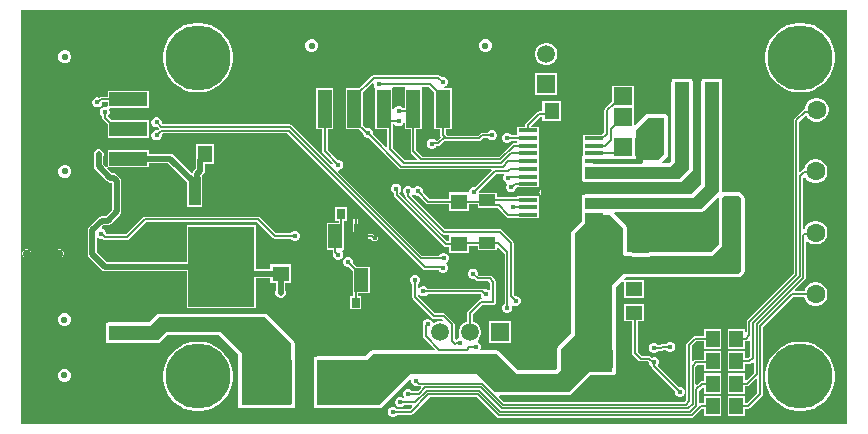
<source format=gbr>
%TF.GenerationSoftware,Altium Limited,Altium Designer,25.4.2 (15)*%
G04 Layer_Physical_Order=1*
G04 Layer_Color=255*
%FSLAX45Y45*%
%MOMM*%
%TF.SameCoordinates,7A81EC90-EEC5-4681-87D9-92CB7B0FDDE2*%
%TF.FilePolarity,Positive*%
%TF.FileFunction,Copper,L1,Top,Signal*%
%TF.Part,Single*%
G01*
G75*
%TA.AperFunction,SMDPad,CuDef*%
%ADD10R,1.00000X2.40000*%
%ADD11R,5.55000X6.80000*%
%ADD12R,1.35000X1.00000*%
%ADD13R,1.45620X1.30464*%
%TA.AperFunction,SMDPad,SMDef*%
%ADD14R,3.40000X7.80000*%
%TA.AperFunction,SMDPad,CuDef*%
%ADD15R,1.60000X0.30000*%
%ADD16R,1.45000X1.20000*%
%ADD17R,3.20000X1.60000*%
%ADD18R,1.20000X3.20000*%
%ADD19R,2.20000X5.60000*%
%ADD20R,3.20000X1.20000*%
%ADD21R,5.60000X2.20000*%
%ADD22R,1.50000X1.55000*%
%ADD23R,1.25000X1.00000*%
%ADD24R,1.20000X1.45000*%
%ADD25R,1.00000X1.25000*%
%ADD26R,1.20000X2.00000*%
%ADD27R,0.75000X0.90000*%
%ADD28R,2.18000X1.71550*%
%TA.AperFunction,ConnectorPad*%
%ADD29R,2.20000X5.60000*%
%ADD30R,1.20000X3.20000*%
%TA.AperFunction,SMDPad,CuDef*%
%ADD31R,1.55620X1.50464*%
%ADD32R,1.30464X1.45620*%
%ADD33R,4.24000X3.81000*%
%TA.AperFunction,Conductor*%
%ADD34C,0.20000*%
%ADD35C,0.50000*%
%ADD36C,0.38100*%
%TA.AperFunction,ComponentPad*%
%ADD37R,1.50000X1.50000*%
%ADD38C,1.50000*%
%ADD39C,0.55000*%
%ADD40R,1.50000X1.50000*%
%ADD41C,0.75000*%
%ADD42R,1.60000X1.60000*%
%ADD43C,1.60000*%
%TA.AperFunction,ViaPad*%
%ADD44C,0.45000*%
%ADD45C,0.60000*%
%ADD46C,0.50000*%
%ADD47C,5.50000*%
G36*
X9550000Y9200000D02*
X2550000D01*
Y12700000D01*
X9550000D01*
Y9200000D01*
D02*
G37*
%LPC*%
G36*
X6495940Y12455000D02*
X6474060D01*
X6453845Y12446627D01*
X6438373Y12431155D01*
X6430000Y12410940D01*
Y12389060D01*
X6438373Y12368845D01*
X6453845Y12353374D01*
X6474060Y12345000D01*
X6495940D01*
X6516155Y12353374D01*
X6531627Y12368845D01*
X6540000Y12389060D01*
Y12410940D01*
X6531627Y12431155D01*
X6516155Y12446627D01*
X6495940Y12455000D01*
D02*
G37*
G36*
X5025940D02*
X5004060D01*
X4983845Y12446627D01*
X4968373Y12431155D01*
X4960000Y12410940D01*
Y12389060D01*
X4968373Y12368845D01*
X4983845Y12353374D01*
X5004060Y12345000D01*
X5025940D01*
X5046155Y12353374D01*
X5061626Y12368845D01*
X5070000Y12389060D01*
Y12410940D01*
X5061626Y12431155D01*
X5046155Y12446627D01*
X5025940Y12455000D01*
D02*
G37*
G36*
X2935940Y12360000D02*
X2914060D01*
X2893845Y12351627D01*
X2878373Y12336155D01*
X2870000Y12315940D01*
Y12294060D01*
X2878373Y12273845D01*
X2893845Y12258374D01*
X2914060Y12250000D01*
X2935940D01*
X2956155Y12258374D01*
X2971627Y12273845D01*
X2980000Y12294060D01*
Y12315940D01*
X2971627Y12336155D01*
X2956155Y12351627D01*
X2935940Y12360000D01*
D02*
G37*
G36*
X7012506Y12425000D02*
X6987493D01*
X6963331Y12418526D01*
X6941668Y12406019D01*
X6923981Y12388331D01*
X6911474Y12366668D01*
X6905000Y12342507D01*
Y12317493D01*
X6911474Y12293332D01*
X6923981Y12271669D01*
X6941668Y12253981D01*
X6963331Y12241474D01*
X6987493Y12235000D01*
X7012506D01*
X7036668Y12241474D01*
X7058331Y12253981D01*
X7076018Y12271669D01*
X7088525Y12293332D01*
X7094999Y12317493D01*
Y12342507D01*
X7088525Y12366668D01*
X7076018Y12388331D01*
X7058331Y12406019D01*
X7036668Y12418526D01*
X7012506Y12425000D01*
D02*
G37*
G36*
X4073217Y12595000D02*
X4026783D01*
X3980921Y12587736D01*
X3936759Y12573387D01*
X3895386Y12552307D01*
X3857821Y12525013D01*
X3824987Y12492179D01*
X3797693Y12454614D01*
X3776613Y12413241D01*
X3762264Y12369079D01*
X3755000Y12323217D01*
Y12276783D01*
X3762264Y12230921D01*
X3776613Y12186759D01*
X3797693Y12145386D01*
X3824987Y12107821D01*
X3857821Y12074987D01*
X3895386Y12047693D01*
X3936759Y12026613D01*
X3980921Y12012264D01*
X4026783Y12005000D01*
X4073217D01*
X4119079Y12012264D01*
X4163241Y12026613D01*
X4204614Y12047693D01*
X4242179Y12074987D01*
X4275013Y12107821D01*
X4302307Y12145386D01*
X4323387Y12186759D01*
X4337736Y12230921D01*
X4345000Y12276783D01*
Y12323217D01*
X4337736Y12369079D01*
X4323387Y12413241D01*
X4302307Y12454614D01*
X4275013Y12492179D01*
X4242179Y12525013D01*
X4204614Y12552307D01*
X4163241Y12573387D01*
X4119079Y12587736D01*
X4073217Y12595000D01*
D02*
G37*
G36*
X9173217Y12595000D02*
X9126783D01*
X9080921Y12587736D01*
X9036759Y12573387D01*
X8995386Y12552306D01*
X8957821Y12525013D01*
X8924987Y12492179D01*
X8897693Y12454613D01*
X8876613Y12413240D01*
X8862264Y12369079D01*
X8855000Y12323217D01*
Y12276783D01*
X8862264Y12230920D01*
X8876613Y12186759D01*
X8897693Y12145386D01*
X8924987Y12107820D01*
X8957821Y12074987D01*
X8995386Y12047693D01*
X9036759Y12026613D01*
X9080921Y12012264D01*
X9126783Y12005000D01*
X9173217D01*
X9219079Y12012264D01*
X9263241Y12026613D01*
X9304614Y12047693D01*
X9342179Y12074987D01*
X9375013Y12107820D01*
X9402307Y12145386D01*
X9423387Y12186759D01*
X9437736Y12230920D01*
X9445000Y12276783D01*
Y12323217D01*
X9437736Y12369079D01*
X9423387Y12413240D01*
X9402307Y12454613D01*
X9375013Y12492179D01*
X9342179Y12525013D01*
X9304614Y12552306D01*
X9263241Y12573387D01*
X9219079Y12587736D01*
X9173217Y12595000D01*
D02*
G37*
G36*
X7094999Y12171000D02*
X6905000D01*
Y11981000D01*
X7094999D01*
Y12171000D01*
D02*
G37*
G36*
X3632700Y12017700D02*
X3287300D01*
Y11968145D01*
X3231765D01*
X3222908Y11966383D01*
X3215399Y11961366D01*
X3214167Y11960133D01*
X3208454Y11962500D01*
X3191546D01*
X3175926Y11956030D01*
X3163970Y11944074D01*
X3157500Y11928454D01*
Y11911546D01*
X3163970Y11895926D01*
X3175926Y11883970D01*
X3191546Y11877500D01*
X3208454D01*
X3224074Y11883970D01*
X3236030Y11895926D01*
X3242500Y11911546D01*
Y11921855D01*
X3287300D01*
Y11888440D01*
X3274600Y11879954D01*
X3268454Y11882500D01*
X3251546D01*
X3235926Y11876030D01*
X3223970Y11864074D01*
X3217500Y11848454D01*
Y11831546D01*
X3223970Y11815926D01*
X3235926Y11803970D01*
X3241639Y11801604D01*
Y11790216D01*
X3243400Y11781359D01*
X3248418Y11773851D01*
X3287300Y11734968D01*
Y11622300D01*
X3632700D01*
Y11767700D01*
X3320031D01*
X3291237Y11796495D01*
Y11811133D01*
X3296030Y11815926D01*
X3302500Y11831546D01*
Y11848454D01*
X3297883Y11859600D01*
X3304397Y11872300D01*
X3632700D01*
Y12017700D01*
D02*
G37*
G36*
X9303165Y11957000D02*
X9276835D01*
X9251402Y11950185D01*
X9228599Y11937020D01*
X9209980Y11918401D01*
X9196815Y11895598D01*
X9190000Y11870165D01*
Y11864519D01*
X9182858Y11863099D01*
X9175350Y11858082D01*
X9100934Y11783666D01*
X9095917Y11776157D01*
X9094155Y11767300D01*
Y10471739D01*
X8703634Y10081218D01*
X8698617Y10073710D01*
X8696855Y10064852D01*
Y9969908D01*
X8695400Y9968936D01*
X8682700Y9975724D01*
Y10005200D01*
X8537300D01*
Y9834800D01*
X8682700D01*
Y9896855D01*
X8690000D01*
X8698857Y9898617D01*
X8706366Y9903634D01*
X8715122Y9912391D01*
X8726855Y9907530D01*
Y9769587D01*
X8710413Y9753145D01*
X8682700D01*
Y9815200D01*
X8537300D01*
Y9644800D01*
X8682700D01*
Y9706855D01*
X8720000D01*
X8728857Y9708617D01*
X8736366Y9713634D01*
X8745122Y9722391D01*
X8756855Y9717530D01*
Y9629587D01*
X8695400Y9568131D01*
X8682700Y9573392D01*
Y9625200D01*
X8537300D01*
Y9454800D01*
X8682700D01*
Y9516855D01*
X8700000D01*
X8708857Y9518617D01*
X8716366Y9523634D01*
X8775122Y9582390D01*
X8786855Y9577530D01*
Y9459587D01*
X8700413Y9373145D01*
X8682700D01*
Y9435200D01*
X8537300D01*
Y9264800D01*
X8682700D01*
Y9326855D01*
X8710000D01*
X8718857Y9328617D01*
X8726366Y9333634D01*
X8826366Y9433634D01*
X8831383Y9441143D01*
X8833145Y9450000D01*
Y10017987D01*
X9089013Y10273855D01*
X9182674D01*
X9186815Y10258402D01*
X9199980Y10235599D01*
X9218599Y10216980D01*
X9241402Y10203815D01*
X9266835Y10197000D01*
X9293165D01*
X9318598Y10203815D01*
X9341401Y10216980D01*
X9360020Y10235599D01*
X9373185Y10258402D01*
X9380000Y10283835D01*
Y10310165D01*
X9373185Y10335598D01*
X9360020Y10358401D01*
X9341401Y10377020D01*
X9318598Y10390185D01*
X9293165Y10397000D01*
X9266835D01*
X9241402Y10390185D01*
X9218599Y10377020D01*
X9199980Y10358401D01*
X9186815Y10335598D01*
X9182674Y10320145D01*
X9109470D01*
X9104609Y10331878D01*
X9193665Y10420934D01*
X9198683Y10428443D01*
X9200444Y10437300D01*
Y10738541D01*
X9212178Y10743401D01*
X9218599Y10736980D01*
X9241401Y10723815D01*
X9266834Y10717000D01*
X9293165D01*
X9318598Y10723815D01*
X9341401Y10736980D01*
X9360019Y10755599D01*
X9373185Y10778402D01*
X9380000Y10803835D01*
Y10830165D01*
X9373185Y10855598D01*
X9360019Y10878401D01*
X9341401Y10897020D01*
X9318598Y10910185D01*
X9293165Y10917000D01*
X9266834D01*
X9241401Y10910185D01*
X9218599Y10897020D01*
X9199980Y10878401D01*
X9186815Y10855598D01*
X9183144Y10841901D01*
X9170444Y10843573D01*
Y11282430D01*
X9179491Y11290490D01*
X9192570Y11288433D01*
X9199980Y11275599D01*
X9218599Y11256980D01*
X9241401Y11243815D01*
X9266834Y11237000D01*
X9293165D01*
X9318598Y11243815D01*
X9341401Y11256980D01*
X9360019Y11275599D01*
X9373185Y11298402D01*
X9380000Y11323835D01*
Y11350165D01*
X9373185Y11375598D01*
X9360019Y11398401D01*
X9341401Y11417020D01*
X9318598Y11430185D01*
X9293165Y11437000D01*
X9266834D01*
X9241401Y11430185D01*
X9218599Y11417020D01*
X9199980Y11398401D01*
X9186815Y11375598D01*
X9181232Y11354764D01*
X9172858Y11353098D01*
X9165350Y11348081D01*
X9152178Y11334909D01*
X9140445Y11339770D01*
Y11757713D01*
X9191020Y11808288D01*
X9203611Y11806630D01*
X9209980Y11795599D01*
X9228599Y11776980D01*
X9251402Y11763815D01*
X9276835Y11757000D01*
X9303165D01*
X9328598Y11763815D01*
X9351401Y11776980D01*
X9370020Y11795599D01*
X9383185Y11818402D01*
X9390000Y11843835D01*
Y11870165D01*
X9383185Y11895598D01*
X9370020Y11918401D01*
X9351401Y11937020D01*
X9328598Y11950185D01*
X9303165Y11957000D01*
D02*
G37*
G36*
X6085889Y12153945D02*
X5540800D01*
X5531943Y12152183D01*
X5524434Y12147166D01*
X5414968Y12037700D01*
X5302300D01*
Y11692300D01*
X5414968D01*
X5446158Y11661110D01*
Y11653116D01*
X5452628Y11637496D01*
X5464584Y11625540D01*
X5480204Y11619070D01*
X5497112D01*
X5498041Y11619455D01*
X5756913Y11360583D01*
X5764422Y11355566D01*
X5773279Y11353804D01*
X6533243D01*
X6538103Y11342071D01*
X6398542Y11202510D01*
X6397613Y11202895D01*
X6380705D01*
X6365085Y11196425D01*
X6353129Y11184470D01*
X6347326Y11170458D01*
X6346659Y11168849D01*
X6346657Y11168831D01*
X6345510Y11158510D01*
X6336634Y11158510D01*
X6174490D01*
Y11103723D01*
X6009009D01*
X5952115Y11160617D01*
X5952500Y11161546D01*
Y11178454D01*
X5946030Y11194074D01*
X5934074Y11206030D01*
X5918454Y11212500D01*
X5901546D01*
X5885926Y11206030D01*
X5879017Y11199121D01*
X5869842Y11195994D01*
X5862645Y11199342D01*
X5855015Y11206971D01*
X5839395Y11213441D01*
X5822488D01*
X5806867Y11206971D01*
X5794912Y11195015D01*
X5788442Y11179395D01*
Y11162488D01*
X5794912Y11146867D01*
X5806867Y11134912D01*
X5807797Y11134527D01*
Y11129059D01*
X5809558Y11120202D01*
X5814576Y11112693D01*
X6119444Y10807824D01*
X6126953Y10802807D01*
X6135810Y10801045D01*
X6162840D01*
X6174490Y10798510D01*
Y10743723D01*
X6159009D01*
X5755645Y11147087D01*
Y11155541D01*
X5766030Y11165926D01*
X5772500Y11181546D01*
Y11198454D01*
X5766030Y11214074D01*
X5754074Y11226030D01*
X5738454Y11232500D01*
X5721546D01*
X5705926Y11226030D01*
X5693970Y11214074D01*
X5687500Y11198454D01*
Y11181546D01*
X5693970Y11165926D01*
X5705926Y11153970D01*
X5709355Y11152550D01*
Y11137500D01*
X5711117Y11128643D01*
X5716134Y11121134D01*
X6133056Y10704213D01*
X6140565Y10699195D01*
X6149422Y10697434D01*
X6174490D01*
Y10642646D01*
X6345510D01*
Y10706855D01*
X6419800D01*
Y10667300D01*
X6580200D01*
Y10689108D01*
X6592900Y10694369D01*
X6646855Y10640413D01*
Y10216415D01*
X6645926Y10216030D01*
X6633970Y10204074D01*
X6627500Y10188454D01*
Y10171546D01*
X6633970Y10155926D01*
X6645926Y10143970D01*
X6661546Y10137500D01*
X6678454D01*
X6694074Y10143970D01*
X6706030Y10155926D01*
X6712500Y10171546D01*
Y10188454D01*
X6710839Y10192464D01*
X6720625Y10202024D01*
X6731546Y10197500D01*
X6748454D01*
X6764074Y10203970D01*
X6776030Y10215926D01*
X6782500Y10231546D01*
Y10248454D01*
X6776030Y10264074D01*
X6764074Y10276030D01*
X6748454Y10282500D01*
X6731547D01*
X6723145Y10291236D01*
Y10730000D01*
X6721383Y10738857D01*
X6716366Y10746366D01*
X6622176Y10840556D01*
X6614667Y10845573D01*
X6605810Y10847335D01*
X6145397D01*
X5862720Y11130012D01*
X5864324Y11134977D01*
X5876439Y11140719D01*
X5879101Y11140795D01*
X5885926Y11133970D01*
X5901546Y11127500D01*
X5918454D01*
X5919383Y11127885D01*
X5983056Y11064212D01*
X5990565Y11059195D01*
X5999422Y11057434D01*
X6174490D01*
Y11002647D01*
X6345510D01*
Y11057434D01*
X6419800D01*
Y11027300D01*
X6537763D01*
X6540000Y11026855D01*
X6587913D01*
X6663634Y10951134D01*
X6671143Y10946117D01*
X6680000Y10944355D01*
X6752300D01*
Y10939800D01*
X6937700D01*
Y10995199D01*
X6937700Y10995200D01*
Y11004800D01*
X6937700D01*
X6937700Y11007900D01*
Y11060199D01*
X6937700D01*
Y11069801D01*
X6937700D01*
Y11125200D01*
X6752300D01*
Y11120645D01*
X6580200D01*
Y11152700D01*
X6431659D01*
Y11168849D01*
X6431274Y11169779D01*
X6578350Y11316855D01*
X6638791D01*
X6644051Y11304155D01*
X6643970Y11304074D01*
X6637500Y11288454D01*
Y11271546D01*
X6643970Y11255926D01*
X6655926Y11243970D01*
X6662983Y11241047D01*
X6665963Y11226066D01*
X6663970Y11224074D01*
X6657500Y11208454D01*
Y11191546D01*
X6663970Y11175926D01*
X6675926Y11163970D01*
X6691546Y11157500D01*
X6708454D01*
X6724074Y11163970D01*
X6736030Y11175926D01*
X6742500Y11191546D01*
Y11192800D01*
X6752300Y11199800D01*
X6937700D01*
Y11255199D01*
X6937700D01*
Y11264800D01*
X6937700D01*
Y11320199D01*
X6937700D01*
Y11329801D01*
X6937700D01*
Y11385199D01*
X6937700D01*
Y11394800D01*
X6937700D01*
Y11450199D01*
X6937700D01*
Y11459801D01*
X6937700D01*
Y11515199D01*
X6937700D01*
Y11524800D01*
X6937700D01*
Y11577100D01*
X6937700Y11580200D01*
Y11589800D01*
X6937700Y11592900D01*
Y11642100D01*
X6937700Y11645200D01*
Y11654800D01*
X6937700Y11657900D01*
Y11710200D01*
X6874148D01*
X6870631Y11722900D01*
X6944587Y11796855D01*
X6966490D01*
Y11764490D01*
X7122354D01*
Y11935510D01*
X6966490D01*
Y11843145D01*
X6935000D01*
X6926143Y11841383D01*
X6918634Y11836366D01*
X6828634Y11746366D01*
X6823617Y11738857D01*
X6821855Y11730000D01*
Y11710200D01*
X6752300D01*
Y11657900D01*
X6752300Y11654800D01*
Y11645200D01*
X6748995Y11641895D01*
X6706932D01*
X6706030Y11644074D01*
X6694074Y11656030D01*
X6678454Y11662500D01*
X6661546D01*
X6645926Y11656030D01*
X6633970Y11644074D01*
X6627500Y11628454D01*
Y11611546D01*
X6633970Y11595926D01*
X6645926Y11583970D01*
X6661546Y11577500D01*
X6678454D01*
X6694074Y11583970D01*
X6705709Y11595605D01*
X6746495D01*
X6752300Y11589800D01*
Y11580200D01*
X6747745Y11575645D01*
X6723750D01*
X6714892Y11573883D01*
X6707384Y11568866D01*
X6598612Y11460094D01*
X5952638D01*
X5898145Y11514587D01*
Y11692300D01*
X5947700D01*
Y12037700D01*
X5947700D01*
X5949256Y12049756D01*
X6007513D01*
X6052300Y12004969D01*
Y11692300D01*
X6101855D01*
Y11645000D01*
X6103617Y11636143D01*
X6107540Y11630271D01*
X6072913Y11595644D01*
X6064459D01*
X6054074Y11606030D01*
X6038454Y11612500D01*
X6021546D01*
X6005926Y11606030D01*
X5993970Y11594074D01*
X5987500Y11578454D01*
Y11561546D01*
X5993970Y11545926D01*
X6005926Y11533970D01*
X6021546Y11527500D01*
X6038454D01*
X6054074Y11533970D01*
X6066030Y11545926D01*
X6067450Y11549355D01*
X6082500D01*
X6091357Y11551117D01*
X6098866Y11556134D01*
X6140272Y11597540D01*
X6146143Y11593617D01*
X6155000Y11591855D01*
X6430000D01*
X6438857Y11593617D01*
X6446366Y11598634D01*
X6464587Y11616855D01*
X6503585D01*
X6503970Y11615926D01*
X6515926Y11603970D01*
X6531546Y11597500D01*
X6548454D01*
X6564074Y11603970D01*
X6576030Y11615926D01*
X6582500Y11631546D01*
Y11648454D01*
X6576030Y11664074D01*
X6564074Y11676030D01*
X6548454Y11682500D01*
X6531546D01*
X6515926Y11676030D01*
X6503970Y11664074D01*
X6503585Y11663145D01*
X6455000D01*
X6446143Y11661383D01*
X6438634Y11656366D01*
X6420413Y11638145D01*
X6164587D01*
X6148145Y11654587D01*
Y11692300D01*
X6197700D01*
Y12037700D01*
X6134975D01*
X6133044Y12049600D01*
X6148664Y12056070D01*
X6160619Y12068026D01*
X6167090Y12083646D01*
Y12100554D01*
X6160619Y12116174D01*
X6148664Y12128130D01*
X6133043Y12134600D01*
X6116136D01*
X6115206Y12134215D01*
X6102255Y12147166D01*
X6094747Y12152183D01*
X6085889Y12153945D01*
D02*
G37*
G36*
X8210000Y12120588D02*
X8090000D01*
X8078295Y12118259D01*
X8074015Y12115400D01*
X8064600D01*
Y12105985D01*
X8061741Y12101705D01*
X8059412Y12090000D01*
Y11427670D01*
X8037330Y11405588D01*
X7986806D01*
X7981545Y11418288D01*
X8021629Y11458371D01*
X8028259Y11468295D01*
X8030588Y11480000D01*
X8030588Y11480001D01*
Y11790000D01*
X8028259Y11801705D01*
X8021629Y11811629D01*
X8011705Y11818259D01*
X8000000Y11820588D01*
X7860000D01*
X7848295Y11818259D01*
X7838371Y11811629D01*
X7838371Y11811628D01*
X7752243Y11725501D01*
X7740510Y11730361D01*
Y11882775D01*
X7740511Y11882775D01*
Y11887069D01*
X7740510D01*
X7740510Y11895475D01*
Y12062932D01*
X7559490D01*
Y11930410D01*
X7553091Y11926134D01*
X7498634Y11871677D01*
X7493617Y11864169D01*
X7491855Y11855312D01*
Y11702270D01*
Y11664661D01*
X7487303Y11660108D01*
X7481143Y11658883D01*
X7473634Y11653866D01*
X7465413Y11645645D01*
X7410000D01*
X7407764Y11645200D01*
X7312300D01*
Y11589801D01*
X7312300Y11589800D01*
Y11580199D01*
X7312300D01*
X7312300Y11577100D01*
Y11524800D01*
X7312300D01*
Y11515199D01*
X7312300D01*
Y11462900D01*
X7299600D01*
Y11375944D01*
X7299412Y11375000D01*
Y11275000D01*
X7299600Y11274056D01*
Y11252100D01*
X7310274D01*
X7318295Y11246741D01*
X7330000Y11244412D01*
X8124999D01*
X8136705Y11246741D01*
X8146628Y11253371D01*
X8146629Y11253372D01*
X8231629Y11338372D01*
X8238259Y11348295D01*
X8240588Y11360000D01*
X8240588Y11360002D01*
Y12090000D01*
X8238259Y12101705D01*
X8235400Y12105985D01*
Y12115400D01*
X8225985D01*
X8221705Y12118259D01*
X8210000Y12120588D01*
D02*
G37*
G36*
X5197700Y12037700D02*
X5052300D01*
Y11692300D01*
X5101855D01*
Y11505000D01*
X5103617Y11496143D01*
X5108634Y11488634D01*
X5192430Y11404839D01*
X5191450Y11399242D01*
X5177802Y11394929D01*
X4846366Y11726366D01*
X4838857Y11731383D01*
X4830000Y11733145D01*
X3751236D01*
X3742500Y11741547D01*
Y11758454D01*
X3736030Y11774074D01*
X3724074Y11786030D01*
X3708454Y11792500D01*
X3691546D01*
X3675926Y11786030D01*
X3663970Y11774074D01*
X3657500Y11758454D01*
Y11741546D01*
X3663970Y11725926D01*
X3675926Y11713970D01*
X3691546Y11707500D01*
X3708454D01*
X3709383Y11707885D01*
X3722268Y11695000D01*
X3709383Y11682115D01*
X3708454Y11682500D01*
X3691546D01*
X3675926Y11676030D01*
X3663970Y11664074D01*
X3657500Y11648454D01*
Y11631546D01*
X3663970Y11615926D01*
X3675926Y11603970D01*
X3691546Y11597500D01*
X3708454D01*
X3724074Y11603970D01*
X3736030Y11615926D01*
X3742500Y11631546D01*
Y11648453D01*
X3751236Y11656855D01*
X4807987D01*
X5956425Y10508418D01*
X5963934Y10503400D01*
X5972791Y10501639D01*
X6088704D01*
X6091070Y10495926D01*
X6103026Y10483970D01*
X6118646Y10477500D01*
X6135554D01*
X6151174Y10483970D01*
X6163130Y10495926D01*
X6169600Y10511546D01*
Y10528454D01*
X6163130Y10544074D01*
X6156129Y10551075D01*
X6154382Y10562037D01*
X6156951Y10566847D01*
X6166030Y10575926D01*
X6172500Y10591546D01*
Y10608454D01*
X6166030Y10624074D01*
X6154074Y10636030D01*
X6138454Y10642500D01*
X6121546D01*
X6105926Y10636030D01*
X6093970Y10624074D01*
X6093585Y10623145D01*
X5949587D01*
X5237931Y11334800D01*
X5243192Y11347500D01*
X5248454D01*
X5264074Y11353970D01*
X5276030Y11365926D01*
X5282500Y11381546D01*
Y11398454D01*
X5276030Y11414074D01*
X5264074Y11426030D01*
X5248454Y11432500D01*
X5231546D01*
X5230617Y11432115D01*
X5148145Y11514587D01*
Y11692300D01*
X5197700D01*
Y12037700D01*
D02*
G37*
G36*
X4189854Y11565510D02*
X4033990D01*
Y11437598D01*
X4033251Y11433884D01*
X4033252Y11433883D01*
Y11357612D01*
X4019820Y11344180D01*
X4011488Y11331710D01*
X4010015Y11324306D01*
X3996234Y11320126D01*
X3844180Y11472180D01*
X3831710Y11480512D01*
X3817000Y11483439D01*
X3816998Y11483439D01*
X3632700D01*
Y11517700D01*
X3287300D01*
Y11384677D01*
X3287299Y11375022D01*
X3276395Y11367966D01*
X3248432Y11395929D01*
Y11461726D01*
X3252500Y11471546D01*
Y11488454D01*
X3246030Y11504074D01*
X3234074Y11516030D01*
X3218454Y11522500D01*
X3201546D01*
X3185926Y11516030D01*
X3173970Y11504074D01*
X3167500Y11488454D01*
Y11471546D01*
X3171555Y11461757D01*
Y11380008D01*
X3171555Y11380007D01*
X3174481Y11365297D01*
X3182813Y11352826D01*
X3282820Y11252820D01*
X3295290Y11244488D01*
X3310000Y11241561D01*
X3310002Y11241561D01*
X3322718D01*
X3326561Y11237718D01*
Y11012282D01*
X3270995Y10956717D01*
X3235182D01*
X3220472Y10953791D01*
X3208002Y10945458D01*
X3208001Y10945458D01*
X3129920Y10867376D01*
X3121587Y10854906D01*
X3118661Y10840196D01*
X3118661Y10840195D01*
Y10635402D01*
X3118661Y10635400D01*
X3121587Y10620690D01*
X3129920Y10608220D01*
X3235320Y10502820D01*
X3247790Y10494488D01*
X3262500Y10491561D01*
X3262501Y10491561D01*
X3959800D01*
Y10177300D01*
X4540200D01*
Y10431483D01*
X4664490D01*
Y10391990D01*
X4711561D01*
Y10328258D01*
X4707500Y10318454D01*
Y10301546D01*
X4713970Y10285926D01*
X4725926Y10273970D01*
X4741546Y10267500D01*
X4758454D01*
X4774074Y10273970D01*
X4786030Y10285926D01*
X4792500Y10301546D01*
Y10318454D01*
X4788438Y10328258D01*
Y10391990D01*
X4835510D01*
Y10547853D01*
X4664490D01*
Y10508360D01*
X4540200D01*
Y10882700D01*
X3959800D01*
Y10568439D01*
X3278422D01*
X3195538Y10651322D01*
Y10767764D01*
X3208238Y10773012D01*
X3221546Y10767500D01*
X3238454D01*
X3244167Y10769867D01*
X3250399Y10763634D01*
X3257908Y10758617D01*
X3266765Y10756855D01*
X3450000D01*
X3458857Y10758617D01*
X3466366Y10763634D01*
X3609587Y10906855D01*
X4550413D01*
X4683634Y10773634D01*
X4691143Y10768617D01*
X4700000Y10766855D01*
X4833585D01*
X4833970Y10765926D01*
X4845926Y10753970D01*
X4861546Y10747500D01*
X4878454D01*
X4894074Y10753970D01*
X4906030Y10765926D01*
X4912500Y10781546D01*
Y10798454D01*
X4906030Y10814074D01*
X4894074Y10826030D01*
X4878454Y10832500D01*
X4861546D01*
X4845926Y10826030D01*
X4833970Y10814074D01*
X4833585Y10813145D01*
X4709587D01*
X4576366Y10946366D01*
X4568857Y10951383D01*
X4560000Y10953145D01*
X3600000D01*
X3591143Y10951383D01*
X3583634Y10946366D01*
X3440413Y10803145D01*
X3276352D01*
X3272500Y10806997D01*
Y10818454D01*
X3266030Y10834074D01*
X3254074Y10846030D01*
X3240767Y10851542D01*
X3235497Y10864233D01*
X3251104Y10879840D01*
X3286916D01*
X3286917Y10879839D01*
X3301627Y10882766D01*
X3314098Y10891098D01*
X3392179Y10969180D01*
X3392180Y10969180D01*
X3400513Y10981651D01*
X3403439Y10996361D01*
X3403438Y10996362D01*
Y11253640D01*
X3400512Y11268350D01*
X3392180Y11280820D01*
X3392179Y11280820D01*
X3365820Y11307180D01*
X3353349Y11315513D01*
X3338640Y11318439D01*
X3338638Y11318439D01*
X3325922D01*
X3282965Y11361395D01*
X3290022Y11372300D01*
X3298873Y11372300D01*
X3632700D01*
Y11406561D01*
X3801078D01*
X3959300Y11248339D01*
Y11037300D01*
X4084700D01*
Y11261286D01*
X4085439Y11265000D01*
Y11301078D01*
X4098870Y11314509D01*
X4098870Y11314510D01*
X4107203Y11326980D01*
X4110129Y11341690D01*
X4110129Y11341691D01*
Y11394490D01*
X4189854D01*
Y11565510D01*
D02*
G37*
G36*
X2935940Y11390000D02*
X2914060D01*
X2893845Y11381626D01*
X2878373Y11366155D01*
X2870000Y11345940D01*
Y11324060D01*
X2878373Y11303845D01*
X2893845Y11288373D01*
X2914060Y11280000D01*
X2935940D01*
X2956155Y11288373D01*
X2971627Y11303845D01*
X2980000Y11324060D01*
Y11345940D01*
X2971627Y11366155D01*
X2956155Y11381626D01*
X2935940Y11390000D01*
D02*
G37*
G36*
X6965000Y11185645D02*
X6956143Y11183883D01*
X6948634Y11178866D01*
X6943617Y11171357D01*
X6941855Y11162500D01*
X6943617Y11153643D01*
X6948634Y11146134D01*
X6973615Y11121153D01*
X6973617Y11121143D01*
X6978634Y11113634D01*
X6986143Y11108617D01*
X6995000Y11106855D01*
X7003857Y11108617D01*
X7011366Y11113634D01*
X7016383Y11121143D01*
X7018145Y11130000D01*
Y11132500D01*
X7016383Y11141357D01*
X7011366Y11148865D01*
X6981366Y11178866D01*
X6973857Y11183883D01*
X6965000Y11185645D01*
D02*
G37*
G36*
X5385000Y10998145D02*
X5376143Y10996383D01*
X5368634Y10991366D01*
X5363617Y10983857D01*
X5361855Y10975000D01*
Y10835000D01*
X5363617Y10826143D01*
X5368634Y10818634D01*
X5418634Y10768634D01*
X5426143Y10763617D01*
X5435000Y10761855D01*
X5518649D01*
X5526869Y10753634D01*
X5534378Y10748617D01*
X5543235Y10746855D01*
X5550000D01*
X5558857Y10748617D01*
X5566366Y10753634D01*
X5571383Y10761143D01*
X5573145Y10770000D01*
X5571383Y10778857D01*
X5566366Y10786366D01*
X5558857Y10791383D01*
X5553522Y10792444D01*
X5544601Y10801365D01*
X5537093Y10806383D01*
X5528235Y10808145D01*
X5444587D01*
X5408145Y10844587D01*
Y10975000D01*
X5406383Y10983857D01*
X5401366Y10991366D01*
X5393857Y10996383D01*
X5385000Y10998145D01*
D02*
G37*
G36*
X2884959Y10677500D02*
X2870041D01*
X2856258Y10671791D01*
X2845709Y10661242D01*
X2840000Y10647459D01*
Y10632541D01*
X2845709Y10618758D01*
X2856258Y10608209D01*
X2870041Y10602500D01*
X2884959D01*
X2898742Y10608209D01*
X2909291Y10618758D01*
X2915000Y10632541D01*
Y10647459D01*
X2909291Y10661242D01*
X2898742Y10671791D01*
X2884959Y10677500D01*
D02*
G37*
G36*
X2609959D02*
X2595041D01*
X2581258Y10671791D01*
X2570709Y10661242D01*
X2565000Y10647459D01*
Y10632541D01*
X2570709Y10618758D01*
X2581258Y10608209D01*
X2595041Y10602500D01*
X2609959D01*
X2623742Y10608209D01*
X2634291Y10618758D01*
X2640000Y10632541D01*
Y10647459D01*
X2634291Y10661242D01*
X2623742Y10671791D01*
X2609959Y10677500D01*
D02*
G37*
G36*
X5315200Y11032700D02*
X5214800D01*
Y10917300D01*
X5241855D01*
Y10897700D01*
X5142300D01*
Y10672300D01*
X5191855D01*
Y10655000D01*
X5193617Y10646143D01*
X5197980Y10639613D01*
X5197500Y10638454D01*
Y10621546D01*
X5203970Y10605926D01*
X5215926Y10593970D01*
X5231546Y10587500D01*
X5248454D01*
X5264074Y10593970D01*
X5276030Y10605926D01*
X5282500Y10621546D01*
Y10638454D01*
X5276030Y10654074D01*
X5270504Y10659600D01*
X5275765Y10672300D01*
X5287700D01*
Y10832763D01*
X5288145Y10835000D01*
Y10917300D01*
X5315200D01*
Y11032700D01*
D02*
G37*
G36*
X6260000Y10582567D02*
X6252422D01*
X6243565Y10580805D01*
X6236056Y10575788D01*
X6231039Y10568279D01*
X6229277Y10559422D01*
X6231039Y10550565D01*
X6236056Y10543056D01*
X6243565Y10538039D01*
X6252422Y10536277D01*
X6260000D01*
X6268857Y10538039D01*
X6276366Y10543056D01*
X6281383Y10550565D01*
X6283145Y10559422D01*
X6281383Y10568279D01*
X6276366Y10575788D01*
X6268857Y10580805D01*
X6260000Y10582567D01*
D02*
G37*
G36*
X5328454Y10612500D02*
X5311546D01*
X5295926Y10606030D01*
X5283970Y10594074D01*
X5277500Y10578454D01*
Y10561546D01*
X5283970Y10545926D01*
X5295926Y10533970D01*
X5311546Y10527500D01*
X5328454D01*
X5329383Y10527885D01*
X5362300Y10494968D01*
Y10367237D01*
X5361855Y10365000D01*
Y10282700D01*
X5334800D01*
Y10167300D01*
X5435200D01*
Y10282700D01*
X5408145D01*
Y10302300D01*
X5507700D01*
Y10527700D01*
X5395032D01*
X5362115Y10560617D01*
X5362500Y10561546D01*
Y10578454D01*
X5356030Y10594074D01*
X5344074Y10606030D01*
X5328454Y10612500D01*
D02*
G37*
G36*
X4620000Y10130588D02*
X4619999Y10130588D01*
X3720001D01*
X3720000Y10130588D01*
X3708295Y10128259D01*
X3698371Y10121629D01*
X3698371Y10121628D01*
X3637330Y10060588D01*
X3300000D01*
X3288295Y10058259D01*
X3284015Y10055400D01*
X3269600D01*
Y10030944D01*
X3269412Y10030000D01*
Y9910000D01*
X3269600Y9909056D01*
Y9884600D01*
X3284015D01*
X3288295Y9881741D01*
X3300000Y9879412D01*
X3709999D01*
X3710000Y9879412D01*
X3721705Y9881741D01*
X3731629Y9888371D01*
X3731629Y9888372D01*
X3792670Y9949412D01*
X4227330D01*
X4389412Y9787330D01*
Y9360000D01*
X4391741Y9348295D01*
X4394100Y9344763D01*
Y9334100D01*
X4404764D01*
X4408295Y9331741D01*
X4420000Y9329412D01*
X4840000D01*
X4851705Y9331741D01*
X4855236Y9334100D01*
X4868900D01*
Y9351515D01*
X4870588Y9360000D01*
Y9879999D01*
X4870588Y9880000D01*
X4868259Y9891705D01*
X4861629Y9901629D01*
X4861628Y9901629D01*
X4641629Y10121629D01*
X4631705Y10128259D01*
X4620000Y10130588D01*
D02*
G37*
G36*
X2930940Y10135000D02*
X2909060D01*
X2888845Y10126627D01*
X2873373Y10111155D01*
X2865000Y10090940D01*
Y10069060D01*
X2873373Y10048845D01*
X2888845Y10033374D01*
X2909060Y10025000D01*
X2930940D01*
X2951155Y10033374D01*
X2966627Y10048845D01*
X2975000Y10069060D01*
Y10090940D01*
X2966627Y10111155D01*
X2951155Y10126627D01*
X2930940Y10135000D01*
D02*
G37*
G36*
X6703000Y10070000D02*
X6513000D01*
Y9880000D01*
X6703000D01*
Y10070000D01*
D02*
G37*
G36*
X8058454Y9892500D02*
X8041546D01*
X8025926Y9886030D01*
X8013970Y9874074D01*
X8013585Y9873145D01*
X7982608D01*
X7973751Y9871383D01*
X7966243Y9866366D01*
X7963021Y9863145D01*
X7946415D01*
X7946030Y9864074D01*
X7934074Y9876030D01*
X7918454Y9882500D01*
X7901546D01*
X7885926Y9876030D01*
X7873970Y9864074D01*
X7867500Y9848454D01*
Y9831546D01*
X7873970Y9815926D01*
X7885926Y9803970D01*
X7901546Y9797500D01*
X7918454D01*
X7934074Y9803970D01*
X7946030Y9815926D01*
X7946415Y9816855D01*
X7972608D01*
X7981465Y9818617D01*
X7988974Y9823634D01*
X7992195Y9826855D01*
X8013585D01*
X8013970Y9825926D01*
X8025926Y9813970D01*
X8041546Y9807500D01*
X8058454D01*
X8074074Y9813970D01*
X8086030Y9825926D01*
X8092500Y9841546D01*
Y9858454D01*
X8086030Y9874074D01*
X8074074Y9886030D01*
X8058454Y9892500D01*
D02*
G37*
G36*
X8460000Y12120588D02*
X8340000D01*
X8328294Y12118259D01*
X8324015Y12115400D01*
X8314600D01*
Y12105985D01*
X8311741Y12101705D01*
X8309412Y12090000D01*
Y11959999D01*
X8309411Y11222669D01*
X8227330Y11140588D01*
X7330000D01*
X7318295Y11138259D01*
X7317757Y11137900D01*
X7299600D01*
Y11110944D01*
X7299412Y11110000D01*
Y11020000D01*
X7299600Y11019056D01*
Y10970944D01*
X7299412Y10970000D01*
Y10912670D01*
X7218371Y10831629D01*
X7211741Y10821705D01*
X7209412Y10810000D01*
X7209412Y10809999D01*
Y9962670D01*
X7103371Y9856629D01*
X7096740Y9846705D01*
X7094412Y9835000D01*
X7094412Y9834999D01*
Y9667670D01*
X7077330Y9650588D01*
X6762669Y9650588D01*
X6747028Y9666229D01*
X6740554Y9670555D01*
X6736229Y9677028D01*
X6736228Y9677029D01*
X6601628Y9811629D01*
X6591705Y9818259D01*
X6580000Y9820588D01*
X6579998Y9820588D01*
X6446985D01*
X6440185Y9833288D01*
X6444600Y9843947D01*
Y9860854D01*
X6438130Y9876474D01*
X6426174Y9888430D01*
X6421625Y9890314D01*
X6418645Y9905295D01*
X6430019Y9916669D01*
X6442526Y9938332D01*
X6449000Y9962493D01*
Y9987507D01*
X6442526Y10011669D01*
X6430019Y10033331D01*
X6412331Y10051019D01*
X6390668Y10063526D01*
X6377145Y10067150D01*
Y10124413D01*
X6459587Y10206855D01*
X6550000D01*
X6558857Y10208617D01*
X6566366Y10213634D01*
X6571383Y10221143D01*
X6573145Y10230000D01*
Y10400000D01*
X6571383Y10408857D01*
X6566366Y10416366D01*
X6536366Y10446366D01*
X6528857Y10451383D01*
X6520000Y10453145D01*
X6430525D01*
X6421789Y10461547D01*
Y10478454D01*
X6415319Y10494074D01*
X6403363Y10506030D01*
X6387743Y10512500D01*
X6370836D01*
X6355215Y10506030D01*
X6343260Y10494074D01*
X6336789Y10478454D01*
Y10461546D01*
X6343260Y10445926D01*
X6355215Y10433970D01*
X6370836Y10427500D01*
X6387743D01*
X6388673Y10427885D01*
X6402923Y10413634D01*
X6410432Y10408617D01*
X6419289Y10406855D01*
X6510413D01*
X6526855Y10390413D01*
Y10333092D01*
X6514155Y10327831D01*
X6510015Y10331971D01*
X6494395Y10338441D01*
X6477488D01*
X6471774Y10336075D01*
X6471483Y10336366D01*
X6463975Y10341383D01*
X6455118Y10343145D01*
X5996415D01*
X5996030Y10344074D01*
X5984074Y10356030D01*
X5968454Y10362500D01*
X5951546D01*
X5935926Y10356030D01*
X5925845Y10345948D01*
X5916980Y10347799D01*
X5913145Y10349842D01*
Y10381485D01*
X5914074Y10381871D01*
X5926030Y10393826D01*
X5932500Y10409447D01*
Y10426354D01*
X5926030Y10441974D01*
X5914074Y10453930D01*
X5898454Y10460400D01*
X5881546D01*
X5865926Y10453930D01*
X5853970Y10441974D01*
X5847500Y10426354D01*
Y10409447D01*
X5853970Y10393826D01*
X5865926Y10381871D01*
X5866855Y10381485D01*
Y10270000D01*
X5868617Y10261143D01*
X5873634Y10253634D01*
X6033634Y10093634D01*
X6041143Y10088617D01*
X6050000Y10086855D01*
X6119469D01*
X6125069Y10079782D01*
X6118708Y10068338D01*
X6112507Y10070000D01*
X6087493D01*
X6063332Y10063526D01*
X6049442Y10055506D01*
X6034141Y10060338D01*
X6033982Y10060535D01*
X6031238Y10067158D01*
X6019283Y10079113D01*
X6003662Y10085584D01*
X5986755D01*
X5971135Y10079113D01*
X5959179Y10067158D01*
X5952709Y10051537D01*
Y10034630D01*
X5956855Y10024620D01*
Y9940000D01*
X5958617Y9931143D01*
X5963634Y9923635D01*
X6054948Y9832321D01*
X6050088Y9820588D01*
X5530001D01*
X5530000Y9820588D01*
X5518295Y9818259D01*
X5508371Y9811629D01*
X5467330Y9770588D01*
X5060000D01*
X5048295Y9768259D01*
X5044763Y9765900D01*
X5031100D01*
Y9748485D01*
X5029412Y9740000D01*
Y9360000D01*
X5031100Y9351515D01*
Y9334100D01*
X5044764D01*
X5048295Y9331741D01*
X5060000Y9329412D01*
X5590000D01*
X5601706Y9331741D01*
X5611629Y9338371D01*
X5844800Y9571542D01*
X5857500Y9566282D01*
Y9556496D01*
X5863970Y9540876D01*
X5875926Y9528920D01*
X5891546Y9522450D01*
X5908454D01*
X5909628Y9522937D01*
X5916093Y9518617D01*
X5924950Y9516855D01*
X5937530D01*
X5942390Y9505122D01*
X5910413Y9473145D01*
X5866415D01*
X5866030Y9474074D01*
X5854074Y9486030D01*
X5838454Y9492500D01*
X5821546D01*
X5805926Y9486030D01*
X5793970Y9474074D01*
X5787500Y9458454D01*
Y9441546D01*
X5793970Y9425926D01*
X5794938Y9424958D01*
X5791312Y9410624D01*
X5790206Y9410294D01*
X5789658Y9410445D01*
X5784074Y9416029D01*
X5768454Y9422500D01*
X5751546D01*
X5735926Y9416029D01*
X5723970Y9404074D01*
X5717500Y9388453D01*
Y9371546D01*
X5723970Y9355926D01*
X5735926Y9343970D01*
X5751546Y9337500D01*
X5768454D01*
X5784074Y9343970D01*
X5796030Y9355926D01*
X5796415Y9356855D01*
X5862382D01*
X5867242Y9345122D01*
X5845265Y9323145D01*
X5736415D01*
X5736030Y9324074D01*
X5724074Y9336030D01*
X5708454Y9342500D01*
X5691546D01*
X5675926Y9336030D01*
X5663970Y9324074D01*
X5657500Y9308454D01*
Y9291546D01*
X5663970Y9275926D01*
X5675926Y9263970D01*
X5691546Y9257500D01*
X5708454D01*
X5724074Y9263970D01*
X5736030Y9275926D01*
X5736415Y9276855D01*
X5854852D01*
X5863709Y9278617D01*
X5871218Y9283634D01*
X6011489Y9423905D01*
X6411840D01*
X6582110Y9253634D01*
X6589619Y9248617D01*
X6598476Y9246855D01*
X8230000D01*
X8238857Y9248617D01*
X8246366Y9253634D01*
X8319587Y9326855D01*
X8337300D01*
Y9264800D01*
X8482700D01*
Y9435200D01*
X8337300D01*
Y9373145D01*
X8310000D01*
X8305845Y9372318D01*
X8295006Y9379003D01*
X8293145Y9381313D01*
Y9480413D01*
X8324600Y9511868D01*
X8337300Y9506608D01*
Y9454800D01*
X8482700D01*
Y9625200D01*
X8337300D01*
Y9563145D01*
X8320000D01*
X8311143Y9561383D01*
X8303634Y9556366D01*
X8274878Y9527610D01*
X8263145Y9532470D01*
Y9680413D01*
X8279587Y9696855D01*
X8337300D01*
Y9644800D01*
X8482700D01*
Y9815200D01*
X8337300D01*
Y9743145D01*
X8270000D01*
X8261143Y9741383D01*
X8253634Y9736366D01*
X8244878Y9727610D01*
X8233145Y9732470D01*
Y9860413D01*
X8269587Y9896855D01*
X8337300D01*
Y9859737D01*
X8336855Y9857500D01*
X8337300Y9855263D01*
Y9834800D01*
X8357764D01*
X8360000Y9834355D01*
X8362236Y9834800D01*
X8482700D01*
Y10005200D01*
X8337300D01*
Y9943145D01*
X8260000D01*
X8251143Y9941383D01*
X8243634Y9936366D01*
X8193634Y9886366D01*
X8188617Y9878857D01*
X8186855Y9870000D01*
Y9399587D01*
X8170413Y9383145D01*
X6645342D01*
X6600807Y9427679D01*
X6605667Y9439412D01*
X7190000D01*
X7201706Y9441741D01*
X7211629Y9448371D01*
X7211629Y9448372D01*
X7372670Y9609412D01*
X7560000D01*
X7571705Y9611741D01*
X7581629Y9618371D01*
X7588259Y9628295D01*
X7590588Y9640000D01*
Y10357330D01*
X7642100Y10408842D01*
X7654800Y10403582D01*
Y10267300D01*
X7825200D01*
Y10412700D01*
X7663918D01*
X7658658Y10425400D01*
X7672670Y10439412D01*
X8630000D01*
X8641705Y10441741D01*
X8651629Y10448371D01*
X8671629Y10468371D01*
X8678259Y10478295D01*
X8680588Y10490000D01*
X8680588Y10490001D01*
Y11109999D01*
X8680588Y11110000D01*
X8678259Y11121705D01*
X8671629Y11131629D01*
X8671628Y11131629D01*
X8651629Y11151629D01*
X8641705Y11158259D01*
X8630000Y11160588D01*
X8629998Y11160588D01*
X8510002Y11160588D01*
X8510000Y11160588D01*
X8501321Y11158861D01*
X8493126Y11164579D01*
X8490217Y11168136D01*
X8490588Y11170000D01*
X8490588Y11170002D01*
Y12090000D01*
X8488259Y12101705D01*
X8485400Y12105985D01*
Y12115400D01*
X8475985D01*
X8471705Y12118259D01*
X8460000Y12120588D01*
D02*
G37*
G36*
X2930940Y9665000D02*
X2909060D01*
X2888845Y9656627D01*
X2873373Y9641155D01*
X2865000Y9620940D01*
Y9599060D01*
X2873373Y9578845D01*
X2888845Y9563374D01*
X2909060Y9555000D01*
X2930940D01*
X2951155Y9563374D01*
X2966627Y9578845D01*
X2975000Y9599060D01*
Y9620940D01*
X2966627Y9641155D01*
X2951155Y9656627D01*
X2930940Y9665000D01*
D02*
G37*
G36*
X7825200Y10212700D02*
X7654800D01*
Y10067300D01*
X7726855D01*
Y9800000D01*
X7728617Y9791143D01*
X7733634Y9783634D01*
X7783634Y9733634D01*
X7791143Y9728617D01*
X7800000Y9726855D01*
X7863648D01*
X7867500Y9723003D01*
Y9711546D01*
X7873970Y9695926D01*
X7885926Y9683970D01*
X7892422Y9681280D01*
X7893400Y9676360D01*
X7898418Y9668851D01*
X8087885Y9479383D01*
X8087500Y9478454D01*
Y9461546D01*
X8093970Y9445926D01*
X8105926Y9433970D01*
X8121546Y9427500D01*
X8138454D01*
X8154074Y9433970D01*
X8166030Y9445926D01*
X8172500Y9461546D01*
Y9478454D01*
X8166030Y9494074D01*
X8154074Y9506030D01*
X8138454Y9512500D01*
X8121546D01*
X8120617Y9512115D01*
X7941418Y9691314D01*
X7946030Y9695926D01*
X7952500Y9711546D01*
Y9728454D01*
X7946030Y9744074D01*
X7934074Y9756030D01*
X7918454Y9762500D01*
X7901546D01*
X7895833Y9760133D01*
X7889601Y9766366D01*
X7882092Y9771383D01*
X7873235Y9773145D01*
X7809587D01*
X7773145Y9809587D01*
Y10067300D01*
X7825200D01*
Y10212700D01*
D02*
G37*
G36*
X9173217Y9895000D02*
X9126783D01*
X9080921Y9887736D01*
X9036759Y9873387D01*
X8995386Y9852307D01*
X8957821Y9825013D01*
X8924987Y9792180D01*
X8897693Y9754614D01*
X8876613Y9713241D01*
X8862264Y9669079D01*
X8855000Y9623217D01*
Y9576783D01*
X8862264Y9530921D01*
X8876613Y9486760D01*
X8897693Y9445386D01*
X8924987Y9407821D01*
X8957821Y9374987D01*
X8995386Y9347694D01*
X9036759Y9326613D01*
X9080921Y9312264D01*
X9126783Y9305000D01*
X9173217D01*
X9219079Y9312264D01*
X9263241Y9326613D01*
X9304614Y9347694D01*
X9342179Y9374987D01*
X9375013Y9407821D01*
X9402307Y9445386D01*
X9423387Y9486760D01*
X9437736Y9530921D01*
X9445000Y9576783D01*
Y9623217D01*
X9437736Y9669079D01*
X9423387Y9713241D01*
X9402307Y9754614D01*
X9375013Y9792180D01*
X9342179Y9825013D01*
X9304614Y9852307D01*
X9263241Y9873387D01*
X9219079Y9887736D01*
X9173217Y9895000D01*
D02*
G37*
G36*
X4073217Y9895000D02*
X4026783D01*
X3980921Y9887736D01*
X3936759Y9873387D01*
X3895386Y9852306D01*
X3857821Y9825013D01*
X3824987Y9792179D01*
X3797693Y9754613D01*
X3776613Y9713240D01*
X3762264Y9669079D01*
X3755000Y9623217D01*
Y9576783D01*
X3762264Y9530920D01*
X3776613Y9486759D01*
X3797693Y9445386D01*
X3824987Y9407820D01*
X3857821Y9374987D01*
X3895386Y9347693D01*
X3936759Y9326613D01*
X3980921Y9312264D01*
X4026783Y9305000D01*
X4073217D01*
X4119079Y9312264D01*
X4163241Y9326613D01*
X4204614Y9347693D01*
X4242179Y9374987D01*
X4275013Y9407820D01*
X4302307Y9445386D01*
X4323387Y9486759D01*
X4337736Y9530920D01*
X4345000Y9576783D01*
Y9623217D01*
X4337736Y9669079D01*
X4323387Y9713240D01*
X4302307Y9754613D01*
X4275013Y9792179D01*
X4242179Y9825013D01*
X4204614Y9852306D01*
X4163241Y9873387D01*
X4119079Y9887736D01*
X4073217Y9895000D01*
D02*
G37*
%LPD*%
G36*
X5802300Y12037700D02*
X5802300D01*
Y11870764D01*
X5786804D01*
X5786418Y11871694D01*
X5774463Y11883649D01*
X5758842Y11890119D01*
X5741935D01*
X5726315Y11883649D01*
X5714359Y11871694D01*
X5710400Y11862135D01*
X5697700Y11864661D01*
Y12037700D01*
X5697700D01*
X5699256Y12049756D01*
X5800744D01*
X5802300Y12037700D01*
D02*
G37*
G36*
X5802300Y11742020D02*
Y11692300D01*
X5851855D01*
Y11505000D01*
X5853617Y11496143D01*
X5858634Y11488634D01*
X5905442Y11441827D01*
X5900581Y11430094D01*
X5802638D01*
X5698145Y11534587D01*
Y11736855D01*
X5713585D01*
X5713970Y11735926D01*
X5725926Y11723970D01*
X5741546Y11717500D01*
X5758454D01*
X5774074Y11723970D01*
X5786030Y11735926D01*
X5789600Y11744546D01*
X5802300Y11742020D01*
D02*
G37*
G36*
X5537500Y12076808D02*
Y12064447D01*
X5543970Y12048826D01*
X5545519Y12047278D01*
X5552300Y12037700D01*
X5552300D01*
X5552300Y12037700D01*
Y11692300D01*
X5651855D01*
Y11547698D01*
X5640122Y11542837D01*
X5530773Y11652186D01*
X5531158Y11653116D01*
Y11670023D01*
X5524688Y11685644D01*
X5512732Y11697599D01*
X5497112Y11704070D01*
X5480204D01*
X5472043Y11700689D01*
X5447700Y11725032D01*
Y12004969D01*
X5525306Y12082575D01*
X5537500Y12076808D01*
D02*
G37*
G36*
X8000000Y11480000D02*
X7950000Y11430000D01*
Y11430000D01*
X7770000D01*
X7760000Y11440000D01*
Y11690000D01*
X7860000Y11790000D01*
X8000000D01*
Y11480000D01*
D02*
G37*
G36*
X8210000Y11360000D02*
X8124999Y11275000D01*
X7330000D01*
Y11375000D01*
X8050000D01*
X8090000Y11415000D01*
Y12090000D01*
X8210000D01*
Y11360000D01*
D02*
G37*
G36*
X4840000Y9880000D02*
Y9360000D01*
X4420000D01*
Y9800000D01*
X4240000Y9980000D01*
X3780000D01*
X3710000Y9910000D01*
X3300000D01*
Y10030000D01*
X3650000D01*
X3720000Y10100000D01*
X4620000D01*
X4840000Y9880000D01*
D02*
G37*
G36*
X8460000Y11170000D02*
X8310000Y11020000D01*
X7330000D01*
Y11110000D01*
X8240000D01*
X8339999Y11209999D01*
X8340000Y11959999D01*
Y12090000D01*
X8460000D01*
Y11170000D01*
D02*
G37*
G36*
X8455133Y11111408D02*
X8459412Y11108194D01*
Y10905000D01*
X8459412Y10712670D01*
X8397330Y10650588D01*
X7875400D01*
X7863694Y10648259D01*
X7855355Y10642688D01*
X7744644D01*
X7736305Y10648259D01*
X7724600Y10650588D01*
X7682670D01*
X7680588Y10652670D01*
Y10860000D01*
X7678259Y10871706D01*
X7671629Y10881629D01*
X7671628Y10881629D01*
X7575578Y10977679D01*
X7580439Y10989412D01*
X8309999D01*
X8310000Y10989412D01*
X8321705Y10991741D01*
X8331629Y10998371D01*
X8331629Y10998372D01*
X8447259Y11114002D01*
X8455133Y11111408D01*
D02*
G37*
G36*
X8650000Y11110000D02*
Y10490000D01*
X8630000Y10470000D01*
X7660000D01*
X7560000Y10370000D01*
Y9640000D01*
X7360000D01*
X7190000Y9470000D01*
X6560000D01*
X6410000Y9620000D01*
X5850000D01*
X5590000Y9360000D01*
X5060000D01*
Y9740000D01*
X5480000D01*
X5530000Y9790000D01*
X6580000D01*
X6714600Y9655400D01*
Y9644600D01*
X6725399D01*
X6750000Y9620000D01*
X7090000Y9620000D01*
X7125000Y9655000D01*
Y9835000D01*
X7240000Y9950000D01*
Y10810000D01*
X7330000Y10900000D01*
Y10970000D01*
X7540000D01*
X7650000Y10860000D01*
Y10640000D01*
X7670000Y10620000D01*
X7724600D01*
Y10612100D01*
X7875400D01*
Y10620000D01*
X8410000D01*
X8490000Y10700000D01*
X8490000Y10905000D01*
Y11109999D01*
X8510000Y11130000D01*
X8630000Y11130000D01*
X8650000Y11110000D01*
D02*
G37*
G36*
X6443442Y10287488D02*
X6449912Y10271867D01*
X6455934Y10265845D01*
X6450673Y10253145D01*
X6450000D01*
X6441143Y10251383D01*
X6433634Y10246366D01*
X6337634Y10150366D01*
X6332617Y10142857D01*
X6330855Y10134000D01*
Y10067150D01*
X6317332Y10063526D01*
X6295669Y10051019D01*
X6277981Y10033331D01*
X6265474Y10011669D01*
X6259000Y9987507D01*
Y9962493D01*
X6265253Y9939156D01*
X6265314Y9937716D01*
X6258657Y9924739D01*
X6247181Y9919986D01*
X6238944Y9911749D01*
X6235845Y9911321D01*
X6223145Y9922387D01*
Y10040000D01*
X6221383Y10048857D01*
X6216366Y10056366D01*
X6146366Y10126366D01*
X6138857Y10131383D01*
X6130000Y10133145D01*
X6059587D01*
X5914254Y10278477D01*
X5915194Y10289105D01*
X5927303Y10292593D01*
X5935926Y10283970D01*
X5951546Y10277500D01*
X5968454D01*
X5984074Y10283970D01*
X5996030Y10295926D01*
X5996415Y10296855D01*
X6443442D01*
Y10287488D01*
D02*
G37*
D10*
X4478000Y11170000D02*
D03*
X4022000D02*
D03*
D11*
X4250000Y10530000D02*
D03*
D12*
X6500000Y10730000D02*
D03*
Y10550000D02*
D03*
Y11090000D02*
D03*
Y10910000D02*
D03*
D13*
X6260000Y10559422D02*
D03*
Y10720578D02*
D03*
Y11080578D02*
D03*
Y10919422D02*
D03*
X4750000Y10469922D02*
D03*
Y10630078D02*
D03*
D14*
X7125000Y11325000D02*
D03*
D15*
X7405000Y11682500D02*
D03*
Y11617500D02*
D03*
Y11552500D02*
D03*
Y11487500D02*
D03*
Y11422500D02*
D03*
Y11357500D02*
D03*
Y11292500D02*
D03*
Y11227500D02*
D03*
Y11162500D02*
D03*
Y11097500D02*
D03*
Y11032500D02*
D03*
Y10967500D02*
D03*
X6845000D02*
D03*
Y11032500D02*
D03*
Y11097500D02*
D03*
Y11162500D02*
D03*
Y11227500D02*
D03*
Y11292500D02*
D03*
Y11357500D02*
D03*
Y11422500D02*
D03*
Y11487500D02*
D03*
Y11552500D02*
D03*
Y11617500D02*
D03*
Y11682500D02*
D03*
D16*
X7740000Y10140000D02*
D03*
Y10340000D02*
D03*
D17*
X7400000Y10500000D02*
D03*
X6900000D02*
D03*
Y9750000D02*
D03*
X7400000D02*
D03*
D18*
X5125000Y11865000D02*
D03*
X6375000D02*
D03*
X6125000D02*
D03*
X5375000D02*
D03*
X5625000D02*
D03*
X5875000D02*
D03*
D19*
X6695000Y12285000D02*
D03*
X4805000D02*
D03*
D20*
X3455000Y9970000D02*
D03*
Y9720000D02*
D03*
X3460000Y11945000D02*
D03*
Y11695000D02*
D03*
Y11445000D02*
D03*
Y12195000D02*
D03*
D21*
X3035000Y10290000D02*
D03*
Y9400000D02*
D03*
X3040000Y11125000D02*
D03*
Y12515000D02*
D03*
D22*
X7650000Y11540000D02*
D03*
X7830000D02*
D03*
D23*
X7925000Y11725003D02*
D03*
Y11925000D02*
D03*
D24*
X8410000Y9350000D02*
D03*
X8610000D02*
D03*
X8410000Y9540000D02*
D03*
X8610000D02*
D03*
X8410000Y9730000D02*
D03*
X8610000D02*
D03*
X8410000Y9920000D02*
D03*
X8610000D02*
D03*
D25*
X7600003Y10700000D02*
D03*
X7800000D02*
D03*
D26*
X5435000Y10785000D02*
D03*
Y10415000D02*
D03*
X5215000D02*
D03*
Y10785000D02*
D03*
D27*
X5385000Y10225000D02*
D03*
X5265000D02*
D03*
Y10975000D02*
D03*
X5385000D02*
D03*
D28*
X6300000Y9703725D02*
D03*
Y9316275D02*
D03*
D29*
X7875000Y12360000D02*
D03*
X8675000D02*
D03*
D30*
X8150000Y11930000D02*
D03*
X8400000D02*
D03*
D31*
X7650000Y11975000D02*
D03*
Y11794844D02*
D03*
D32*
X7044422Y11850000D02*
D03*
X7205578D02*
D03*
X4111922Y11480000D02*
D03*
X4273078D02*
D03*
D33*
X4631500Y9550000D02*
D03*
X5268500D02*
D03*
D34*
X3740000Y11680000D02*
X4817574D01*
X3700000Y11640000D02*
X3740000Y11680000D01*
X3740000Y11710000D02*
X4830000D01*
X3700000Y11750000D02*
X3740000Y11710000D01*
X4830000D02*
X5940000Y10600000D01*
X3264783Y11790216D02*
X3360000Y11695000D01*
X3260000Y11840000D02*
X3264783Y11835217D01*
Y11790216D02*
Y11835217D01*
X3360000Y11695000D02*
X3460000D01*
X3231765Y11945000D02*
X3460000D01*
X3200000Y11920000D02*
X3206765D01*
X3231765Y11945000D01*
X3266765Y10780000D02*
X3450000D01*
X3230000Y10810000D02*
X3236765D01*
X3266765Y10780000D01*
X3450000D02*
X3600000Y10930000D01*
X4560000D02*
X4700000Y10790000D01*
X3600000Y10930000D02*
X4560000D01*
X6093944Y9826056D02*
X6327939D01*
X5980000Y9940000D02*
X6093944Y9826056D01*
X5980000Y9940000D02*
Y10030000D01*
X5528235Y10785000D02*
X5543235Y10770000D01*
X5550000D01*
X5435000Y10785000D02*
X5528235D01*
X6017100Y12072900D02*
X6125000Y11965000D01*
X5580000Y12072900D02*
X6017100D01*
X6125000Y11865000D02*
Y11965000D01*
X5375000D02*
X5540800Y12130800D01*
X6085889D01*
X6124590Y12092100D01*
X6995000Y11130000D02*
Y11132500D01*
X6965000Y11162500D02*
X6995000Y11132500D01*
X5989476Y9477050D02*
X6433853D01*
X5892426Y9380000D02*
X5989476Y9477050D01*
X5977050Y9507050D02*
X6446279D01*
X5920000Y9450000D02*
X5977050Y9507050D01*
X5854852Y9300000D02*
X6001902Y9447050D01*
X5830000Y9450000D02*
X5920000D01*
X5700000Y9300000D02*
X5854852D01*
X5760000Y9380000D02*
X5892426D01*
X6001902Y9447050D02*
X6421426D01*
X5924950Y9540000D02*
X6455755D01*
X5900000Y9564950D02*
X5924950Y9540000D01*
X8360000Y9857500D02*
X8410000Y9907500D01*
Y9920000D01*
X6455755Y9540000D02*
X6635755Y9360000D01*
X8407500Y9720000D02*
X8410000Y9717500D01*
X6446279Y9507050D02*
X6623329Y9330000D01*
X6433853Y9477050D02*
X6610902Y9300000D01*
X6421426Y9447050D02*
X6598476Y9270000D01*
X6234172Y9879173D02*
X6266472D01*
X6227500Y9872500D02*
X6234172Y9879173D01*
X6266472D02*
X6271255Y9883956D01*
X6354000Y10134000D02*
X6450000Y10230000D01*
X6354000Y9975000D02*
Y10134000D01*
X6450000Y10230000D02*
X6550000D01*
Y10400000D01*
X6200000Y9900000D02*
Y10040000D01*
X6130000Y10110000D02*
X6200000Y10040000D01*
Y9900000D02*
X6227500Y9872500D01*
X6050000Y10110000D02*
X6130000D01*
X6397417Y9847717D02*
X6402100Y9852400D01*
X6349600Y9847717D02*
X6397417D01*
X6327939Y9826056D02*
X6349600Y9847717D01*
X5385000Y10835000D02*
Y10975000D01*
Y10835000D02*
X5435000Y10785000D01*
X6252422Y10559422D02*
X6260000D01*
X5960000Y10320000D02*
X6455118D01*
X6479176Y10295941D01*
X6485941D01*
X6520000Y10430000D02*
X6550000Y10400000D01*
X6419289Y10430000D02*
X6520000D01*
X6379289Y10470000D02*
X6419289Y10430000D01*
X5890000Y10270000D02*
X6050000Y10110000D01*
X5890000Y10270000D02*
Y10417900D01*
X5125000Y11505000D02*
Y11865000D01*
Y11505000D02*
X5240000Y11390000D01*
X4817574Y11680000D02*
X5972791Y10524783D01*
X5940000Y10600000D02*
X6130000D01*
X5972791Y10524783D02*
X6122317D01*
X6127100Y10520000D01*
X5730000Y11187574D02*
Y11190000D01*
X6149422Y10720578D02*
X6260000D01*
X5732500Y11137500D02*
X6149422Y10720578D01*
X5730000Y11190000D02*
X5732500Y11187500D01*
Y11137500D02*
Y11187500D01*
X6706765Y11200000D02*
X6734265Y11227500D01*
X6700000Y11200000D02*
X6706765D01*
X6734265Y11227500D02*
X6845000D01*
X6686765Y11280000D02*
X6699265Y11292500D01*
X6845000D01*
X6680000Y11280000D02*
X6686765D01*
X6389159Y11160396D02*
X6568763Y11340000D01*
X6673750D01*
X6691250Y11357500D02*
X6845000D01*
X6673750Y11340000D02*
X6691250Y11357500D01*
X6430000Y11615000D02*
X6455000Y11640000D01*
X6540000D01*
X6155000Y11615000D02*
X6430000D01*
X7014422Y11820000D02*
X7044422Y11850000D01*
X6935000Y11820000D02*
X7014422D01*
X6845000Y11730000D02*
X6935000Y11820000D01*
X6845000Y11682500D02*
Y11730000D01*
X6843750Y11618750D02*
X6845000Y11617500D01*
X6670000Y11620000D02*
X6671250Y11618750D01*
X6843750D01*
X5982125Y10030000D02*
X5995209Y10043084D01*
X5980000Y10030000D02*
X5982125D01*
X7914783Y9685217D02*
Y9715217D01*
X7910000Y9720000D02*
X7914783Y9715217D01*
Y9685217D02*
X8130000Y9470000D01*
X7553750Y11487500D02*
X7597500D01*
X7405000Y11487500D02*
X7553750D01*
X7553750Y11487500D01*
X7499926Y11555000D02*
X7545000Y11600074D01*
Y11692422D01*
X7407500Y11555000D02*
X7499926D01*
X7405000Y11552500D02*
X7407500Y11555000D01*
X7490000Y11637500D02*
X7497426D01*
X7515000Y11655074D01*
Y11702270D01*
X7410000Y11622500D02*
X7475000D01*
X7490000Y11637500D01*
X7405000Y11617500D02*
X7410000Y11622500D01*
X7515000Y11702270D02*
Y11855312D01*
X7569457Y11909768D01*
X7545000Y11692422D02*
X7647422Y11794844D01*
X7650000D01*
X5830941Y11129059D02*
X6135810Y10824190D01*
X5830941Y11129059D02*
Y11170941D01*
X6135810Y10824190D02*
X6605810D01*
X6269422Y10730000D02*
X6500000D01*
X6260000Y10720578D02*
X6269422Y10730000D01*
X6500000D02*
X6590000D01*
X6670000Y10180000D02*
Y10650000D01*
X6590000Y10730000D02*
X6670000Y10650000D01*
X6700000Y10280000D02*
Y10730000D01*
X6605810Y10824190D02*
X6700000Y10730000D01*
X9274715Y11331715D02*
X9280000Y11337000D01*
X9181715Y11331715D02*
X9274715D01*
X9147300Y11297300D02*
X9181715Y11331715D01*
X9147300Y10449726D02*
Y11297300D01*
X9117300Y11767300D02*
X9191716Y11841716D01*
X9117300Y10462152D02*
Y11767300D01*
X9191716Y11841716D02*
X9274716D01*
X9290000Y11857000D01*
X9273000Y10810000D02*
X9280000Y10817000D01*
X9190000Y10810000D02*
X9273000D01*
X9177300Y10797300D02*
X9190000Y10810000D01*
X9177300Y10437300D02*
Y10797300D01*
X8690000Y9920000D02*
X8720000Y9950000D01*
X8610000Y9920000D02*
X8690000D01*
X8720000Y10064852D02*
X9117300Y10462152D01*
X8720000Y9950000D02*
Y10064852D01*
X8750000Y10052426D02*
X9147300Y10449726D01*
X8750000Y9760000D02*
Y10052426D01*
X8780000Y9620000D02*
Y10040000D01*
X9177300Y10437300D01*
X8810000Y10027574D02*
X9079426Y10297000D01*
X8810000Y9450000D02*
Y10027574D01*
X9079426Y10297000D02*
X9280000D01*
X8610000Y9730000D02*
X8720000D01*
X8750000Y9760000D01*
X8710000Y9350000D02*
X8810000Y9450000D01*
X8700000Y9540000D02*
X8780000Y9620000D01*
X8610000Y9540000D02*
X8700000D01*
X8610000Y9350000D02*
X8710000D01*
X8210000Y9390000D02*
Y9870000D01*
X8180000Y9360000D02*
X8210000Y9390000D01*
Y9870000D02*
X8260000Y9920000D01*
X8410000D01*
X8270000Y9720000D02*
X8407500D01*
X8240000Y9690000D02*
X8270000Y9720000D01*
X8240000Y9370000D02*
Y9690000D01*
X8200000Y9330000D02*
X8240000Y9370000D01*
X8270000Y9490000D02*
X8320000Y9540000D01*
X8270000Y9352426D02*
Y9490000D01*
X8217574Y9300000D02*
X8270000Y9352426D01*
X6623329Y9330000D02*
X8200000D01*
X6598476Y9270000D02*
X8230000D01*
X8310000Y9350000D02*
X8410000D01*
X8230000Y9270000D02*
X8310000Y9350000D01*
X6610902Y9300000D02*
X8217574D01*
X8320000Y9540000D02*
X8410000D01*
X6680000Y10967500D02*
X6845000D01*
X6597500Y11050000D02*
X6680000Y10967500D01*
X6500000Y11090000D02*
X6507500Y11097500D01*
X6490578Y11080578D02*
X6500000Y11090000D01*
X6540000Y11050000D01*
X6507500Y11097500D02*
X6845000D01*
X6720941Y11030941D02*
X6721250Y11031250D01*
X6540000Y11050000D02*
X6597500D01*
X6721250Y11031250D02*
X6843750D01*
X6845000Y11032500D01*
X6260000Y11080578D02*
X6490578D01*
X5910000Y11170000D02*
X5999422Y11080578D01*
X6260000D01*
X7910000Y9840000D02*
X7972608D01*
X7982608Y9850000D01*
X8050000D01*
X6700000Y10280000D02*
X6740000Y10240000D01*
X7750000Y10340000D02*
X7750000Y10340000D01*
X7740000Y10340000D02*
X7750000D01*
X7750000Y9800000D02*
Y10130000D01*
X7740000Y10140000D02*
X7750000Y10130000D01*
X5488658Y11661570D02*
X5773279Y11376949D01*
X5793051Y11406949D02*
X6620625D01*
X5675000Y11525000D02*
X5793051Y11406949D01*
X5675000Y11525000D02*
Y11760000D01*
X5773279Y11376949D02*
X6633051D01*
X5483875Y11666353D02*
X5488658Y11661570D01*
X6633051Y11376949D02*
X6678602Y11422500D01*
X7903235Y9720000D02*
X7910000D01*
X7873235Y9750000D02*
X7903235Y9720000D01*
X6635755Y9360000D02*
X8180000D01*
X5675000Y11760000D02*
X5750000D01*
X5625000Y11810000D02*
X5675000Y11760000D01*
X5625000Y11810000D02*
Y11865000D01*
X5875000Y11505000D02*
Y11865000D01*
Y11505000D02*
X5943051Y11436949D01*
X6608199D01*
X6620625Y11406949D02*
X6701176Y11487500D01*
X6608199Y11436949D02*
X6723750Y11552500D01*
X6678602Y11422500D02*
X6845000D01*
X6701176Y11487500D02*
X6845000D01*
X6723750Y11552500D02*
X6845000D01*
X5473647Y11666353D02*
X5483875D01*
X5375000Y11865000D02*
Y11965000D01*
Y11765000D02*
X5473647Y11666353D01*
X5375000Y11765000D02*
Y11865000D01*
X6082500Y11572500D02*
X6140000Y11630000D01*
X6030000Y11570000D02*
X6032499Y11572500D01*
X6082500D01*
X4700000Y10790000D02*
X4870000D01*
X5265000Y10835000D02*
Y10975000D01*
X5215000Y10785000D02*
X5265000Y10835000D01*
X5385000Y10365000D02*
X5435000Y10415000D01*
X5385000Y10225000D02*
Y10365000D01*
X5435000Y10415000D02*
Y10455000D01*
X5320000Y10570000D02*
X5435000Y10455000D01*
X5215000Y10655000D02*
X5240000Y10630000D01*
X5215000Y10655000D02*
Y10785000D01*
X7597500Y11487500D02*
X7650000Y11540000D01*
X5750389Y11847620D02*
X5857619D01*
X5875000Y11865000D01*
X6140000Y11630000D02*
X6155000Y11615000D01*
X6125000Y11645000D02*
X6140000Y11630000D01*
X6125000Y11645000D02*
Y11865000D01*
X7800000Y9750000D02*
X7873235D01*
X7750000Y9800000D02*
X7800000Y9750000D01*
D35*
X3209994Y11380007D02*
Y11479994D01*
X3210000Y11480000D01*
X3338640Y11280000D02*
X3365000Y11253640D01*
X3310000Y11280000D02*
X3338640D01*
X3365000Y10996361D02*
Y11253640D01*
X3209994Y11380007D02*
X3310000Y11280000D01*
X3157100Y10635400D02*
X3262500Y10530000D01*
X3157100Y10635400D02*
Y10840196D01*
X3235182Y10918278D01*
X3286917D01*
X3365000Y10996361D01*
X3262500Y10530000D02*
X4250000D01*
X4047000Y11317000D02*
X4071690Y11341690D01*
Y11433884D02*
X4111922Y11474116D01*
X4071690Y11341690D02*
Y11433884D01*
X4111922Y11474116D02*
X4113980Y11472058D01*
X4047000Y11265000D02*
Y11317000D01*
X4022000Y11240000D02*
X4047000Y11265000D01*
X4022000Y11170000D02*
Y11240000D01*
X3817000Y11445000D02*
X4022000Y11240000D01*
X3460000Y11445000D02*
X3817000D01*
X4750000Y10310000D02*
Y10469922D01*
X4250000Y10530000D02*
X4310078Y10469922D01*
X4750000D01*
D36*
X7405000Y11422500D02*
X7405000Y11422500D01*
X7797682Y11507682D02*
X7830000Y11540000D01*
X7405000Y11422500D02*
X7797682D01*
Y11507682D01*
D37*
X6999999Y12076000D02*
D03*
D38*
Y12330000D02*
D03*
Y12584000D02*
D03*
X6354000Y9975000D02*
D03*
X6100000D02*
D03*
X5846000D02*
D03*
D39*
X6485000Y12400000D02*
D03*
X5015000D02*
D03*
D03*
X6485000D02*
D03*
X2920000Y9610000D02*
D03*
Y10080000D02*
D03*
X2925000Y11335000D02*
D03*
Y12305000D02*
D03*
D40*
X6608000Y9975000D02*
D03*
D41*
X2877500Y10640000D02*
D03*
X2602500D02*
D03*
D42*
X9290000Y11603000D02*
D03*
X9280000Y11083000D02*
D03*
Y10563000D02*
D03*
X9280000Y10043000D02*
D03*
D43*
X9290000Y11857000D02*
D03*
X9280000Y11337000D02*
D03*
Y10817000D02*
D03*
X9280000Y10297000D02*
D03*
D44*
X9449997Y11999996D02*
D03*
Y11399997D02*
D03*
Y10799997D02*
D03*
Y10199997D02*
D03*
X9299997Y9899997D02*
D03*
Y9299997D02*
D03*
X8999997Y11699996D02*
D03*
Y10499997D02*
D03*
X9149997Y10199997D02*
D03*
X8999997Y9899997D02*
D03*
Y9299997D02*
D03*
X8849997Y11999996D02*
D03*
X8699997Y11699996D02*
D03*
X8849997Y11399997D02*
D03*
X8399997Y12299996D02*
D03*
X8549997Y11999996D02*
D03*
Y11399997D02*
D03*
X8099998Y12299996D02*
D03*
X7499998D02*
D03*
X7199998D02*
D03*
X7349998Y11999996D02*
D03*
X7049998Y10799997D02*
D03*
Y10199997D02*
D03*
X6899998Y9899997D02*
D03*
X6599998Y11699996D02*
D03*
X6749998Y10799997D02*
D03*
X6299998Y12299996D02*
D03*
X5999998D02*
D03*
Y9299997D02*
D03*
X5699998Y12299996D02*
D03*
Y10499997D02*
D03*
X5399998Y12299996D02*
D03*
Y9299997D02*
D03*
X5099998Y12299996D02*
D03*
X5249998Y11999996D02*
D03*
X5099998Y9299997D02*
D03*
X4949998Y11999996D02*
D03*
Y11399997D02*
D03*
Y10799997D02*
D03*
Y10199997D02*
D03*
Y9599997D02*
D03*
X4799999Y9299997D02*
D03*
X4499999Y12299996D02*
D03*
X4649999Y11999996D02*
D03*
Y11399997D02*
D03*
X4499999Y9299997D02*
D03*
X4349999Y11999996D02*
D03*
X4199999Y11099997D02*
D03*
Y9899997D02*
D03*
Y9299997D02*
D03*
X3899999Y11099997D02*
D03*
Y9899997D02*
D03*
Y9299997D02*
D03*
X3599999Y12299996D02*
D03*
X3749999Y11999996D02*
D03*
X3599999Y11099997D02*
D03*
X3749999Y10799997D02*
D03*
Y10199997D02*
D03*
X3599999Y9299997D02*
D03*
X3299999Y12299996D02*
D03*
X3449999Y10199997D02*
D03*
Y9599997D02*
D03*
X2999999Y10499997D02*
D03*
Y9899997D02*
D03*
X3149999Y9599997D02*
D03*
X2699999Y12299996D02*
D03*
X2849999Y11999996D02*
D03*
X2699999Y11699996D02*
D03*
X2849999Y11399997D02*
D03*
X2699999Y10499997D02*
D03*
Y9899997D02*
D03*
Y9299997D02*
D03*
X3700000Y11640000D02*
D03*
Y11750000D02*
D03*
X3260000Y11840000D02*
D03*
X3200000Y11920000D02*
D03*
X3210000Y11480000D02*
D03*
X3230000Y10810000D02*
D03*
X5550000Y10770000D02*
D03*
X5010000Y10910000D02*
D03*
X5580000Y12072900D02*
D03*
X7710000Y10930000D02*
D03*
X5900000Y9564950D02*
D03*
X5830000Y9450000D02*
D03*
X5700000Y9300000D02*
D03*
X5760000Y9380000D02*
D03*
X6271255Y9883956D02*
D03*
X6402100Y9852400D02*
D03*
X6169535Y10444922D02*
D03*
X6485941Y10295941D02*
D03*
X5960000Y10320000D02*
D03*
X5240000Y11390000D02*
D03*
X5890000Y10417900D02*
D03*
X6130000Y10600000D02*
D03*
X6127100Y10520000D02*
D03*
X6700000Y11200000D02*
D03*
X6680000Y11280000D02*
D03*
X6389159Y11160396D02*
D03*
X6540000Y11640000D02*
D03*
X6670000Y11620000D02*
D03*
X5995209Y10043084D02*
D03*
X8130000Y9470000D02*
D03*
X6720941Y11030941D02*
D03*
X5910000Y11170000D02*
D03*
X7910000Y9840000D02*
D03*
X5830941Y11170941D02*
D03*
X5730000Y11190000D02*
D03*
X6740000Y10240000D02*
D03*
X7750000Y10340000D02*
D03*
X6670000Y10180000D02*
D03*
X7910000Y9720000D02*
D03*
X8050000Y9850000D02*
D03*
X5750000Y11760000D02*
D03*
X6124590Y12092100D02*
D03*
X5488658Y11661570D02*
D03*
X6030000Y11570000D02*
D03*
X4870000Y10790000D02*
D03*
X6379289Y10470000D02*
D03*
X5320000Y10570000D02*
D03*
X5240000Y10630000D02*
D03*
X5750389Y11847620D02*
D03*
X4750000Y10310000D02*
D03*
D45*
X7125000Y11000000D02*
D03*
Y11130000D02*
D03*
Y11260000D02*
D03*
Y11390000D02*
D03*
Y11520000D02*
D03*
Y11650000D02*
D03*
X7255000Y11000000D02*
D03*
Y11130000D02*
D03*
Y11260000D02*
D03*
Y11390000D02*
D03*
Y11520000D02*
D03*
Y11650000D02*
D03*
X6995000Y11000000D02*
D03*
Y11130000D02*
D03*
Y11260000D02*
D03*
Y11390000D02*
D03*
Y11520000D02*
D03*
Y11650000D02*
D03*
X7950000Y10275000D02*
D03*
X8080000D02*
D03*
X8210000D02*
D03*
X8340000D02*
D03*
X8470000D02*
D03*
X8600000D02*
D03*
X7950000Y10405000D02*
D03*
X8080000D02*
D03*
X8210000D02*
D03*
X8340000D02*
D03*
X8470000D02*
D03*
X8600000D02*
D03*
X7950000Y10145000D02*
D03*
X8080000D02*
D03*
X8210000D02*
D03*
X8340000D02*
D03*
X8470000D02*
D03*
X8600000D02*
D03*
D46*
X7500000Y9700000D02*
D03*
Y9800000D02*
D03*
Y9900000D02*
D03*
X7850000Y11670000D02*
D03*
X7920000D02*
D03*
X7850000Y11600000D02*
D03*
X7920000D02*
D03*
X7850000Y11530000D02*
D03*
X7920000D02*
D03*
X7600000Y10550000D02*
D03*
X7500000D02*
D03*
Y10450000D02*
D03*
X7400000D02*
D03*
X7300000Y9700000D02*
D03*
Y9800000D02*
D03*
Y9900000D02*
D03*
Y10000000D02*
D03*
X7400000Y9700000D02*
D03*
Y9800000D02*
D03*
Y9900000D02*
D03*
Y10000000D02*
D03*
X7500000D02*
D03*
Y10200000D02*
D03*
Y10100000D02*
D03*
X7400000D02*
D03*
Y10200000D02*
D03*
X7300000Y10100000D02*
D03*
Y10200000D02*
D03*
X8610000Y10960000D02*
D03*
X8540000D02*
D03*
X8610000Y11030000D02*
D03*
X8540000D02*
D03*
X8610000Y11100000D02*
D03*
X8540000D02*
D03*
D47*
X9150000Y12300000D02*
D03*
Y9600000D02*
D03*
X4050000Y9600000D02*
D03*
Y12300000D02*
D03*
%TF.MD5,f8cf5fa9b32ac9254718c49b501d7992*%
M02*

</source>
